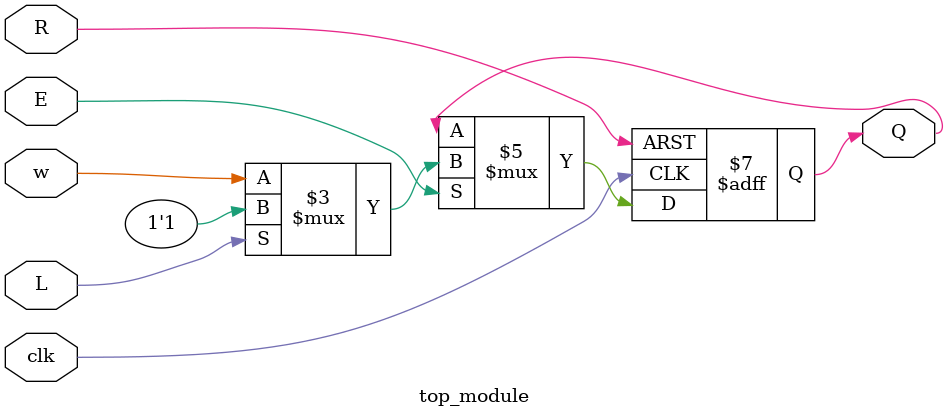
<source format=sv>
module top_module (
    input clk,
    input w,
    input R,
    input E,
    input L,
    output reg Q
);

always @(posedge clk or posedge R) begin
    if (R)
        Q <= 0; // Reset output to low state
    else if (E) begin
        if (L)
            Q <= 1; // Assuming L high means setting Q to 1 (controlled state)
        else
            Q <= w; // Update Q with w if L is low
    end
    // If E is low, Q holds its value (no need for an explicit condition)
end

endmodule

</source>
